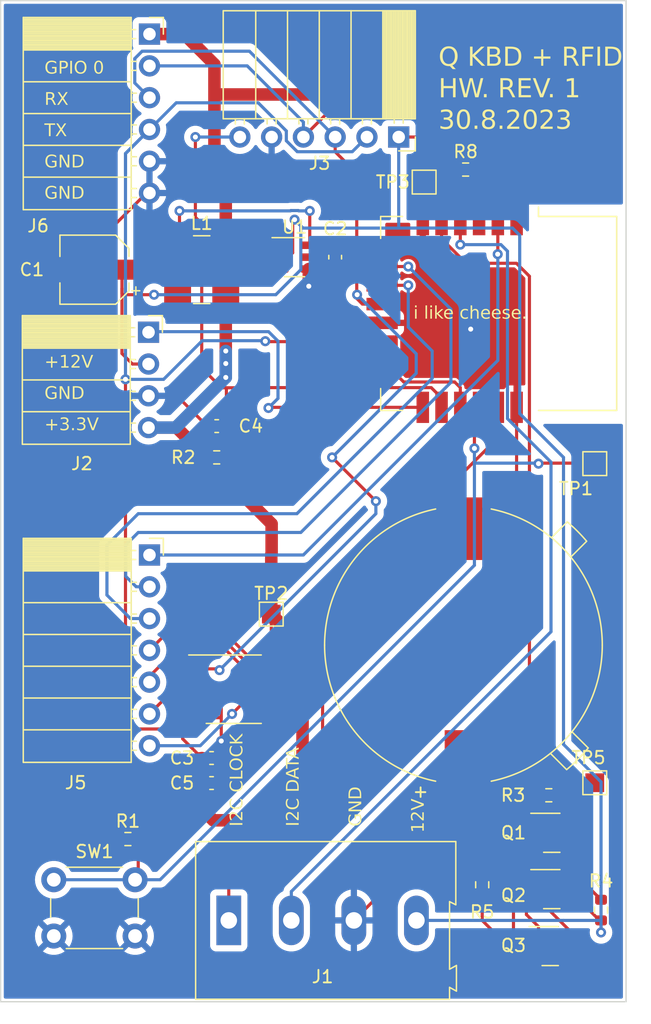
<source format=kicad_pcb>
(kicad_pcb (version 20221018) (generator pcbnew)
  (layers (0 "F.Cu" signal) (31 "B.Cu" signal) (34 "B.Paste" user) (35 "F.Paste" user) (36 "B.SilkS" user "B.Silkscreen") (37 "F.SilkS" user "F.Silkscreen") (38 "B.Mask" user) (39 "F.Mask" user) (44 "Edge.Cuts" user))
  (net 0 "")
  (net 1 "Net-(BZ1--)")
  (net 2 "GND")
  (net 3 "+12V")
  (net 4 "Net-(U1-SW)")
  (net 5 "Net-(U1-BST)")
  (net 6 "+3.3V")
  (net 7 "RST")
  (net 8 "I2C_C")
  (net 9 "I2C_D")
  (net 10 "VBATT")
  (net 11 "TX")
  (net 12 "RX")
  (net 13 "GPIO0")
  (net 14 "Y0")
  (net 15 "Y1")
  (net 16 "Y2")
  (net 17 "Net-(J5-Pin_4)")
  (net 18 "Net-(J5-Pin_5)")
  (net 19 "Net-(J5-Pin_6)")
  (net 20 "Net-(J5-Pin_7)")
  (net 21 "Net-(Q1-B)")
  (net 22 "Net-(Q1-C)")
  (net 23 "Net-(Q2-E)")
  (net 24 "TAMP")
  (net 25 "BUZZ")
  (net 26 "Net-(U2-GPIO16)")
  (footprint "Button_Switch_THT:SW_PUSH_6mm" (layer "F.Cu") (at 104.25 120.25)
    (fp_text reference "SW1" (at 3.25 -2.25) (layer "F.SilkS"))
    (fp_text value "tamper switch")
    (pad "1" thru_hole circle (at 0 0 90) (size 2 2) (drill 1.1) (layers "*.Cu" "*.Mask") (net 24 "TAMP"))
    (pad "1" thru_hole circle (at 6.5 0 90) (size 2 2) (drill 1.1) (layers "*.Cu" "*.Mask") (net 24 "TAMP"))
    (pad "2" thru_hole circle (at 0 4.5 90) (size 2 2) (drill 1.1) (layers "*.Cu" "*.Mask") (net 2 "GND"))
    (pad "2" thru_hole circle (at 6.5 4.5 90) (size 2 2) (drill 1.1) (layers "*.Cu" "*.Mask") (net 2 "GND"))
  )
  (footprint "Capacitor_SMD:C_0603_1608Metric" (layer "F.Cu") (at 116.8625 112.525)
    (fp_text reference "C5" (at -2.3625 0) (layer "F.SilkS"))
    (fp_text value "22u")
    (pad "1" smd roundrect (at -0.775 0) (size 0.9 0.95) (layers "F.Cu" "F.Paste" "F.Mask") (net 6 "+3.3V"))
    (pad "2" smd roundrect (at 0.775 0) (size 0.9 0.95) (layers "F.Cu" "F.Paste" "F.Mask") (net 2 "GND"))
  )
  (footprint "Capacitor_SMD:CP_Elec_5x5.3" (layer "F.Cu") (at 107.5 71.5 180)
    (fp_text reference "C1" (at 5 0) (layer "F.SilkS"))
    (fp_text value "10u 50V")
    (pad "1" smd roundrect (at -2.2 0 180) (size 3 1.6) (layers "F.Cu" "F.Paste" "F.Mask") (roundrect_rratio 0.15625) (net 3 "+12V"))
    (pad "2" smd roundrect (at 2.2 0 180) (size 3 1.6) (layers "F.Cu" "F.Paste" "F.Mask") (roundrect_rratio 0.15625) (net 2 "GND"))
  )
  (footprint "Resistor_SMD:R_0603_1608Metric" (layer "F.Cu") (at 148 122.675 90)
    (fp_text reference "R4" (at 2.325 0) (layer "F.SilkS"))
    (fp_text value "10k")
    (pad "1" smd roundrect (at -0.825 0 90) (size 0.8 0.95) (layers "F.Cu" "F.Paste" "F.Mask") (net 3 "+12V"))
    (pad "2" smd roundrect (at 0.825 0 90) (size 0.8 0.95) (layers "F.Cu" "F.Paste" "F.Mask") (net 22 "Net-(Q1-C)"))
  )
  (footprint "Resistor_SMD:R_0603_1608Metric" (layer "F.Cu") (at 117.275 86.5 180)
    (fp_text reference "R2" (at 2.675 0) (layer "F.SilkS"))
    (fp_text value "10K")
    (pad "1" smd roundrect (at -0.825 0 180) (size 0.8 0.95) (layers "F.Cu" "F.Paste" "F.Mask") (net 7 "RST"))
    (pad "2" smd roundrect (at 0.825 0 180) (size 0.8 0.95) (layers "F.Cu" "F.Paste" "F.Mask") (net 6 "+3.3V"))
  )
  (footprint "TestPoint:TestPoint_Pad_1.5x1.5mm" (layer "F.Cu") (at 133.858 64.5)
    (fp_text reference "TP3" (at -2.5 0) (layer "F.SilkS"))
    (fp_text value "TestPoint")
    (pad "1" smd rect (at 0 0) (size 1.5 1.5) (layers "F.Cu" "F.Mask") (net 2 "GND"))
  )
  (footprint "Connector_PinSocket_2.54mm:PinSocket_1x06_P2.54mm_Horizontal" (layer "F.Cu") (at 111.9 52.675)
    (fp_text reference "J6" (at -8.9 15.325) (layer "F.SilkS"))
    (fp_text value "RFID")
    (pad "1" thru_hole rect (at 0 0) (size 1.7 1.7) (drill 1) (layers "*.Cu" "*.Mask") (net 6 "+3.3V"))
    (pad "2" thru_hole oval (at 0 2.54) (size 1.7 1.7) (drill 1) (layers "*.Cu" "*.Mask") (net 13 "GPIO0"))
    (pad "3" thru_hole oval (at 0 5.08) (size 1.7 1.7) (drill 1) (layers "*.Cu" "*.Mask") (net 12 "RX"))
    (pad "4" thru_hole oval (at 0 7.62) (size 1.7 1.7) (drill 1) (layers "*.Cu" "*.Mask") (net 11 "TX"))
    (pad "5" thru_hole oval (at 0 10.16) (size 1.7 1.7) (drill 1) (layers "*.Cu" "*.Mask") (net 2 "GND"))
    (pad "6" thru_hole oval (at 0 12.7) (size 1.7 1.7) (drill 1) (layers "*.Cu" "*.Mask") (net 2 "GND"))
  )
  (footprint "Resistor_SMD:R_0603_1608Metric" (layer "F.Cu") (at 138.5 120.65 90)
    (fp_text reference "R5" (at -2.175 0 180) (layer "F.SilkS"))
    (fp_text value "820")
    (pad "1" smd roundrect (at -0.825 0 90) (size 0.8 0.95) (layers "F.Cu" "F.Paste" "F.Mask") (net 23 "Net-(Q2-E)"))
    (pad "2" smd roundrect (at 0.825 0 90) (size 0.8 0.95) (layers "F.Cu" "F.Paste" "F.Mask") (net 1 "Net-(BZ1--)"))
  )
  (footprint "WT8266:WT8266-S1" (layer "F.Cu") (at 142 75 -90)
    (fp_text reference "U2" hide)
    (fp_text value "WT8266-S1")
    (pad "1" smd rect (at -7.5 0.75 270) (size 2.5 1) (layers "F.Cu" "F.Paste" "F.Mask") (net 6 "+3.3V"))
    (pad "2" smd rect (at -7.5 2.25 270) (size 2.5 1) (layers "F.Cu" "F.Paste" "F.Mask") (net 14 "Y0"))
    (pad "3" smd rect (at -7.5 3.75 270) (size 2.5 1) (layers "F.Cu" "F.Paste" "F.Mask") (net 13 "GPIO0"))
    (pad "4" smd rect (at -7.5 5.25 270) (size 2.5 1) (layers "F.Cu" "F.Paste" "F.Mask") (net 9 "I2C_D"))
    (pad "5" smd rect (at -7.5 6.75 270) (size 2.5 1) (layers "F.Cu" "F.Paste" "F.Mask") (net 25 "BUZZ"))
    (pad "6" smd rect (at -7.5 8.25 270) (size 2.5 1) (layers "F.Cu" "F.Paste" "F.Mask") (net 2 "GND"))
    (pad "7" smd rect (at -3.75 11.5 270) (size 1 2.5) (layers "F.Cu" "F.Paste" "F.Mask") (net 15 "Y1"))
    (pad "8" smd rect (at -2.25 11.5 270) (size 1 2.5) (layers "F.Cu" "F.Paste" "F.Mask") (net 16 "Y2"))
    (pad "9" smd rect (at -0.75 11.5 270) (size 1 2.5) (layers "F.Cu" "F.Paste" "F.Mask") (net 12 "RX"))
    (pad "10" smd rect (at 0.75 11.5 270) (size 1 2.5) (layers "F.Cu" "F.Paste" "F.Mask") (net 2 "GND"))
    (pad "11" smd rect (at 2.25 11.5 270) (size 1 2.5) (layers "F.Cu" "F.Paste" "F.Mask") (net 11 "TX"))
    (pad "12" smd rect (at 3.75 11.5 270) (size 1 2.5) (layers "F.Cu" "F.Paste" "F.Mask") (net 26 "Net-(U2-GPIO16)"))
    (pad "13" smd rect (at 7.5 8.25 270) (size 2.5 1) (layers "F.Cu" "F.Paste" "F.Mask") (net 10 "VBATT"))
    (pad "14" smd rect (at 7.5 6.75 270) (size 2.5 1) (layers "F.Cu" "F.Paste" "F.Mask") (net 7 "RST"))
    (pad "15" smd rect (at 7.5 5.25 270) (size 2.5 1) (layers "F.Cu" "F.Paste" "F.Mask") (net 26 "Net-(U2-GPIO16)"))
    (pad "16" smd rect (at 7.5 3.75 270) (size 2.5 1) (layers "F.Cu" "F.Paste" "F.Mask") (net 24 "TAMP"))
    (pad "17" smd rect (at 7.5 2.25 270) (size 2.5 1) (layers "F.Cu" "F.Paste" "F.Mask") (net 8 "I2C_C"))
    (pad "18" smd rect (at 7.5 0.75 270) (size 2.5 1) (layers "F.Cu" "F.Paste" "F.Mask") (net 2 "GND"))
    (pad "19" smd rect (at 1.25 4.42 270) (size 3.5 3.5) (layers "F.Cu" "F.Paste" "F.Mask") (net 2 "GND"))
    (zone (net 0) (net_name "") (layers "*.Cu") (connect_pads (clearance 0)) (min_thickness 0.254)
      (keepout (tracks not_allowed) (vias not_allowed) (pads not_allowed) (copperpour not_allowed) (footprints not_allowed))
      (fill (thermal_gap 0.508) (thermal_bridge_width 0.508))
      (polygon (pts (xy 142.5 67.5) (xy 142.5 82.5) (xy 149.1 82.5) (xy 149.1 67.5)))
    )
  )
  (footprint "Resistor_SMD:R_0603_1608Metric" (layer "F.Cu") (at 137.175 63.5)
    (fp_text reference "R8" (at 0 -1.43) (layer "F.SilkS"))
    (fp_text value "10K")
    (pad "1" smd roundrect (at -0.825 0) (size 0.8 0.95) (layers "F.Cu" "F.Paste" "F.Mask") (net 3 "+12V"))
    (pad "2" smd roundrect (at 0.825 0) (size 0.8 0.95) (layers "F.Cu" "F.Paste" "F.Mask") (net 13 "GPIO0"))
  )
  (footprint "Inductor_SMD:L_Ferrocore_DLG-0504" (layer "F.Cu") (at 116.075 71.5)
    (fp_text reference "L1" (at 0 -3.7) (layer "F.SilkS"))
    (fp_text value "4u7")
    (pad "1" smd rect (at -1.925 0) (size 2.15 5.5) (layers "F.Cu" "F.Paste" "F.Mask") (net 5 "Net-(U1-BST)"))
    (pad "2" smd rect (at 1.925 0) (size 2.15 5.5) (layers "F.Cu" "F.Paste" "F.Mask") (net 6 "+3.3V"))
  )
  (footprint "Capacitor_SMD:C_0603_1608Metric" (layer "F.Cu") (at 117.275 84 180)
    (fp_text reference "C4" (at -2.725 0) (layer "F.SilkS"))
    (fp_text value "100n")
    (pad "1" smd roundrect (at -0.775 0 180) (size 0.9 0.95) (layers "F.Cu" "F.Paste" "F.Mask") (net 7 "RST"))
    (pad "2" smd roundrect (at 0.775 0 180) (size 0.9 0.95) (layers "F.Cu" "F.Paste" "F.Mask") (net 2 "GND"))
  )
  (footprint "TestPoint:TestPoint_Pad_1.5x1.5mm" (layer "F.Cu") (at 121.6375 99.025)
    (fp_text reference "TP2" (at 0 -1.648) (layer "F.SilkS"))
    (fp_text value "3V3")
    (pad "1" smd rect (at 0 0) (size 1.5 1.5) (layers "F.Cu" "F.Mask") (net 6 "+3.3V"))
  )
  (footprint "Capacitor_SMD:C_0603_1608Metric" (layer "F.Cu") (at 116.8625 110.525)
    (fp_text reference "C3" (at -2.3625 0) (layer "F.SilkS"))
    (fp_text value "22u")
    (pad "1" smd roundrect (at -0.775 0) (size 0.9 0.95) (layers "F.Cu" "F.Paste" "F.Mask") (net 6 "+3.3V"))
    (pad "2" smd roundrect (at 0.775 0) (size 0.9 0.95) (layers "F.Cu" "F.Paste" "F.Mask") (net 2 "GND"))
  )
  (footprint "TestPoint:TestPoint_Pad_1.5x1.5mm" (layer "F.Cu") (at 147.5 112.5)
    (fp_text reference "TP5" (at -0.5 -2) (layer "F.SilkS"))
    (fp_text value "buzzer test")
    (pad "1" smd rect (at 0 0) (size 1.5 1.5) (layers "F.Cu" "F.Mask") (net 25 "BUZZ"))
  )
  (footprint "Package_TO_SOT_SMD:SOT-23" (layer "F.Cu") (at 143.9375 125.55)
    (fp_text reference "Q3" (at -2.9375 -0.05) (layer "F.SilkS"))
    (fp_text value "BC857")
    (pad "1" smd roundrect (at -0.9375 -0.95) (size 1.475 0.6) (layers "F.Cu" "F.Paste" "F.Mask") (net 22 "Net-(Q1-C)"))
    (pad "2" smd roundrect (at -0.9375 0.95) (size 1.475 0.6) (layers "F.Cu" "F.Paste" "F.Mask") (net 23 "Net-(Q2-E)"))
    (pad "3" smd roundrect (at 0.9375 0) (size 1.475 0.6) (layers "F.Cu" "F.Paste" "F.Mask") (net 2 "GND"))
  )
  (footprint "TestPoint:TestPoint_Pad_1.5x1.5mm" (layer "F.Cu") (at 147.5 87)
    (fp_text reference "TP1" (at -1.5 2) (layer "F.SilkS"))
    (fp_text value "tamper test")
    (pad "1" smd rect (at 0 0) (size 1.5 1.5) (layers "F.Cu" "F.Mask") (net 24 "TAMP"))
  )
  (footprint "Resistor_SMD:R_0603_1608Metric" (layer "F.Cu") (at 143.825 113.5 180)
    (fp_text reference "R3" (at 2.855 0) (layer "F.SilkS"))
    (fp_text value "10k")
    (pad "1" smd roundrect (at -0.825 0 180) (size 0.8 0.95) (layers "F.Cu" "F.Paste" "F.Mask") (net 25 "BUZZ"))
    (pad "2" smd roundrect (at 0.825 0 180) (size 0.8 0.95) (layers "F.Cu" "F.Paste" "F.Mask") (net 21 "Net-(Q1-B)"))
  )
  (footprint "Package_SO:TSSOP-16_4.4x5mm_P0.65mm" (layer "F.Cu") (at 118.6375 105.025)
    (fp_text reference "U3" hide)
    (fp_text value "74LVC138")
    (pad "1" smd roundrect (at -2.8625 -2.275) (size 1.475 0.4) (layers "F.Cu" "F.Paste" "F.Mask") (net 11 "TX"))
    (pad "2" smd roundrect (at -2.8625 -1.625) (size 1.475 0.4) (layers "F.Cu" "F.Paste" "F.Mask") (net 12 "RX"))
    (pad "3" smd roundrect (at -2.8625 -0.975) (size 1.475 0.4) (layers "F.Cu" "F.Paste" "F.Mask") (net 2 "GND"))
    (pad "4" smd roundrect (at -2.8625 -0.325) (size 1.475 0.4) (layers "F.Cu" "F.Paste" "F.Mask") (net 2 "GND"))
    (pad "5" smd roundrect (at -2.8625 0.325) (size 1.475 0.4) (layers "F.Cu" "F.Paste" "F.Mask") (net 2 "GND"))
    (pad "6" smd roundrect (at -2.8625 0.975) (size 1.475 0.4) (layers "F.Cu" "F.Paste" "F.Mask") (net 6 "+3.3V"))
    (pad "7" smd roundrect (at -2.8625 1.625) (size 1.475 0.4) (layers "F.Cu" "F.Paste" "F.Mask"))
    (pad "8" smd roundrect (at -2.8625 2.275) (size 1.475 0.4) (layers "F.Cu" "F.Paste" "F.Mask") (net 2 "GND"))
    (pad "9" smd roundrect (at 2.8625 2.275) (size 1.475 0.4) (layers "F.Cu" "F.Paste" "F.Mask"))
    (pad "10" smd roundrect (at 2.8625 1.625) (size 1.475 0.4) (layers "F.Cu" "F.Paste" "F.Mask"))
    (pad "11" smd roundrect (at 2.8625 0.975) (size 1.475 0.4) (layers "F.Cu" "F.Paste" "F.Mask"))
    (pad "12" smd roundrect (at 2.8625 0.325) (size 1.475 0.4) (layers "F.Cu" "F.Paste" "F.Mask") (net 20 "Net-(J5-Pin_7)"))
    (pad "13" smd roundrect (at 2.8625 -0.325) (size 1.475 0.4) (layers "F.Cu" "F.Paste" "F.Mask") (net 19 "Net-(J5-Pin_6)"))
    (pad "14" smd roundrect (at 2.8625 -0.975) (size 1.475 0.4) (layers "F.Cu" "F.Paste" "F.Mask") (net 18 "Net-(J5-Pin_5)"))
    (pad "15" smd roundrect (at 2.8625 -1.625) (size 1.475 0.4) (layers "F.Cu" "F.Paste" "F.Mask") (net 17 "Net-(J5-Pin_4)"))
    (pad "16" smd roundrect (at 2.8625 -2.275) (size 1.475 0.4) (layers "F.Cu" "F.Paste" "F.Mask") (net 6 "+3.3V"))
  )
  (footprint "Connector_PinSocket_2.54mm:PinSocket_1x06_P2.54mm_Horizontal" (layer "F.Cu") (at 131.825 60.9 -90)
    (fp_text reference "J3" (at 2.1 6.325 180) (layer "F.SilkS"))
    (fp_text value "FLASH/CONF")
    (pad "1" thru_hole rect (at 0 0 270) (size 1.7 1.7) (drill 1) (layers "*.Cu" "*.Mask") (net 3 "+12V"))
    (pad "2" thru_hole oval (at 0 2.54 270) (size 1.7 1.7) (drill 1) (layers "*.Cu" "*.Mask") (net 11 "TX"))
    (pad "3" thru_hole oval (at 0 5.08 270) (size 1.7 1.7) (drill 1) (layers "*.Cu" "*.Mask") (net 12 "RX"))
    (pad "4" thru_hole oval (at 0 7.62 270) (size 1.7 1.7) (drill 1) (layers "*.Cu" "*.Mask") (net 13 "GPIO0"))
    (pad "5" thru_hole oval (at 0 10.16 270) (size 1.7 1.7) (drill 1) (layers "*.Cu" "*.Mask") (net 2 "GND"))
    (pad "6" thru_hole oval (at 0 12.7 270) (size 1.7 1.7) (drill 1) (layers "*.Cu" "*.Mask") (net 7 "RST"))
  )
  (footprint "LPT2270AS buzzer:LPT2270AS" (layer "F.Cu") (at 137 101.5 90)
    (fp_text reference "BZ1" hide)
    (fp_text value "Buzzer")
    (fp_text user "+" (at -11.75 -3.5 90) (layer "F.SilkS"))
    (pad "1" smd rect (at -9.3 0 90) (size 5 3) (layers "F.Cu" "F.Paste" "F.Mask") (net 1 "Net-(BZ1--)"))
    (pad "2" smd rect (at 9.3 0 90) (size 5 3) (layers "F.Cu" "F.Paste" "F.Mask") (net 2 "GND"))
  )
  (footprint "Connector_PinSocket_2.54mm:PinSocket_1x07_P2.54mm_Horizontal" (layer "F.Cu") (at 111.9 94.3)
    (fp_text reference "J5" (at -5.9 18.2) (layer "F.SilkS"))
    (fp_text value "KEYB")
    (pad "1" thru_hole rect (at 0 0) (size 1.7 1.7) (drill 1) (layers "*.Cu" "*.Mask") (net 14 "Y0"))
    (pad "2" thru_hole oval (at 0 2.54) (size 1.7 1.7) (drill 1) (layers "*.Cu" "*.Mask") (net 15 "Y1"))
    (pad "3" thru_hole oval (at 0 5.08) (size 1.7 1.7) (drill 1) (layers "*.Cu" "*.Mask") (net 16 "Y2"))
    (pad "4" thru_hole oval (at 0 7.62) (size 1.7 1.7) (drill 1) (layers "*.Cu" "*.Mask") (net 17 "Net-(J5-Pin_4)"))
    (pad "5" thru_hole oval (at 0 10.16) (size 1.7 1.7) (drill 1) (layers "*.Cu" "*.Mask") (net 18 "Net-(J5-Pin_5)"))
    (pad "6" thru_hole oval (at 0 12.7) (size 1.7 1.7) (drill 1) (layers "*.Cu" "*.Mask") (net 19 "Net-(J5-Pin_6)"))
    (pad "7" thru_hole oval (at 0 15.24) (size 1.7 1.7) (drill 1) (layers "*.Cu" "*.Mask") (net 20 "Net-(J5-Pin_7)"))
  )
  (footprint "Package_TO_SOT_SMD:TSOT-23-6" (layer "F.Cu") (at 123.5 70.5)
    (fp_text reference "U1" (at 0 -2.4) (layer "F.SilkS"))
    (fp_text value "AP63203WU")
    (pad "1" smd roundrect (at -1.1375 -0.95) (size 1.325 0.6) (layers "F.Cu" "F.Paste" "F.Mask") (net 6 "+3.3V"))
    (pad "2" smd roundrect (at -1.1375 0) (size 1.325 0.6) (layers "F.Cu" "F.Paste" "F.Mask") (net 3 "+12V"))
    (pad "3" smd roundrect (at -1.1375 0.95) (size 1.325 0.6) (layers "F.Cu" "F.Paste" "F.Mask") (net 3 "+12V"))
    (pad "4" smd roundrect (at 1.1375 0.95) (size 1.325 0.6) (layers "F.Cu" "F.Paste" "F.Mask") (net 2 "GND"))
    (pad "5" smd roundrect (at 1.1375 0) (size 1.325 0.6) (layers "F.Cu" "F.Paste" "F.Mask") (net 4 "Net-(U1-SW)"))
    (pad "6" smd roundrect (at 1.1375 -0.95) (size 1.325 0.6) (layers "F.Cu" "F.Paste" "F.Mask") (net 5 "Net-(U1-BST)"))
  )
  (footprint "Package_TO_SOT_SMD:SOT-23" (layer "F.Cu") (at 144.0625 116.5)
    (fp_text reference "Q1" (at -3.0625 0) (layer "F.SilkS"))
    (fp_text value "BC846")
    (pad "1" smd roundrect (at -0.9375 -0.95) (size 1.475 0.6) (layers "F.Cu" "F.Paste" "F.Mask") (net 21 "Net-(Q1-B)"))
    (pad "2" smd roundrect (at -0.9375 0.95) (size 1.475 0.6) (layers "F.Cu" "F.Paste" "F.Mask") (net 2 "GND"))
    (pad "3" smd roundrect (at 0.9375 0) (size 1.475 0.6) (layers "F.Cu" "F.Paste" "F.Mask") (net 22 "Net-(Q1-C)"))
  )
  (footprint "Connector_PinSocket_2.54mm:PinSocket_1x04_P2.54mm_Horizontal" (layer "F.Cu") (at 111.825 76.5)
    (fp_text reference "J2" (at -5.325 10.5) (layer "F.SilkS"))
    (fp_text value "BATT_EXT")
    (pad "1" thru_hole rect (at 0 0) (size 1.7 1.7) (drill 1) (layers "*.Cu" "*.Mask") (net 10 "VBATT"))
    (pad "2" thru_hole oval (at 0 2.54) (size 1.7 1.7) (drill 1) (layers "*.Cu" "*.Mask") (net 3 "+12V"))
    (pad "3" thru_hole oval (at 0 5.08) (size 1.7 1.7) (drill 1) (layers "*.Cu" "*.Mask") (net 2 "GND"))
    (pad "4" thru_hole oval (at 0 7.62) (size 1.7 1.7) (drill 1) (layers "*.Cu" "*.Mask") (net 6 "+3.3V"))
  )
  (footprint "Resistor_SMD:R_0603_1608Metric" (layer "F.Cu") (at 110.175 117)
    (fp_text reference "R1" (at 0 -1.43) (layer "F.SilkS"))
    (fp_text value "10K")
    (pad "1" smd roundrect (at -0.825 0) (size 0.8 0.95) (layers "F.Cu" "F.Paste" "F.Mask") (net 6 "+3.3V"))
    (pad "2" smd roundrect (at 0.825 0) (size 0.8 0.95) (layers "F.Cu" "F.Paste" "F.Mask") (net 24 "TAMP"))
  )
  (footprint "Package_TO_SOT_SMD:SOT-23" (layer "F.Cu") (at 144.0625 121)
    (fp_text reference "Q2" (at -3.0625 0.5) (layer "F.SilkS"))
    (fp_text value "BC846")
    (pad "1" smd roundrect (at -0.9375 -0.95) (size 1.475 0.6) (layers "F.Cu" "F.Paste" "F.Mask") (net 22 "Net-(Q1-C)"))
    (pad "2" smd roundrect (at -0.9375 0.95) (size 1.475 0.6) (layers "F.Cu" "F.Paste" "F.Mask") (net 23 "Net-(Q2-E)"))
    (pad "3" smd roundrect (at 0.9375 0) (size 1.475 0.6) (layers "F.Cu" "F.Paste" "F.Mask") (net 3 "+12V"))
  )
  (footprint "TerminalBlock:TerminalBlock_Altech_AK300-4_P5.00mm" (layer "F.Cu") (at 118.24 123.5)
    (fp_text reference "J1" (at 7.5 4.5) (layer "F.SilkS"))
    (fp_text value "BUS")
    (pad "1" thru_hole rect (at 0 0) (size 1.98 3.96) (drill 1.32) (layers "*.Cu" "*.Mask") (net 8 "I2C_C"))
    (pad "2" thru_hole oval (at 5 0) (size 1.98 3.96) (drill 1.32) (layers "*.Cu" "*.Mask") (net 9 "I2C_D"))
    (pad "3" thru_hole oval (at 10 0) (size 1.98 3.96) (drill 1.32) (layers "*.Cu" "*.Mask") (net 2 "GND"))
    (pad "4" thru_hole oval (at 15 0) (size 1.98 3.96) (drill 1.32) (layers "*.Cu" "*.Mask") (net 3 "+12V"))
  )
  (footprint "Capacitor_SMD:C_0603_1608Metric" (layer "F.Cu") (at 126.746 70.5 90)
    (fp_text reference "C2" (at 2.275 0 180) (layer "F.SilkS"))
    (fp_text value "100n")
    (pad "1" smd roundrect (at -0.775 0 90) (size 0.9 0.95) (layers "F.Cu" "F.Paste" "F.Mask") (net 4 "Net-(U1-SW)"))
    (pad "2" smd roundrect (at 0.775 0 90) (size 0.9 0.95) (layers "F.Cu" "F.Paste" "F.Mask") (net 5 "Net-(U1-BST)"))
  )
  (gr_line (start 100 130) (end 100 50) (stroke (width 0.1)) (layer "Edge.Cuts"))
  (gr_line (start 150 50) (end 150 130) (stroke (width 0.1)) (layer "Edge.Cuts"))
  (gr_line (start 100 50) (end 150 50) (stroke (width 0.1)) (layer "Edge.Cuts"))
  (gr_line (start 150 130) (end 100 130) (stroke (width 0.1)) (layer "Edge.Cuts"))
  (gr_text "RX" (at 103.5 58.5) (layer "F.SilkS") (effects (font (size 1 1)) (justify left bottom)))
  (gr_text "GPIO 0" (at 103.5 56) (layer "F.SilkS") (effects (font (size 1 1)) (justify left bottom)))
  (gr_text "12V" (at 134 116.5 90) (layer "F.SilkS") (effects (font (size 1 1)) (justify left bottom)))
  (gr_text "+3.3V" (at 103.5 84.5) (layer "F.SilkS") (effects (font (size 1 1)) (justify left bottom)))
  (gr_text "GND" (at 103.5 66) (layer "F.SilkS") (effects (font (size 1 1)) (justify left bottom)))
  (gr_text "Q KBD + RFID\nHW. REV. 1\n30.8.2023\n" (at 135 60.5) (layer "F.SilkS") (effects (font (size 1.5 1.5) (thickness 0.1875)) (justify left bottom)))
  (gr_text "TX" (at 103.5 61) (layer "F.SilkS") (effects (font (size 1 1)) (justify left bottom)))
  (gr_text "GND" (at 103.5 82) (layer "F.SilkS") (effects (font (size 1 1)) (justify left bottom)))
  (gr_text "GND" (at 129 116 90) (layer "F.SilkS") (effects (font (size 1 1)) (justify left bottom)))
  (gr_text "I2C CLOCK" (at 119.5 116 90) (layer "F.SilkS") (effects (font (size 1 1)) (justify left bottom)))
  (gr_text "GND" (at 103.5 63.5) (layer "F.SilkS") (effects (font (size 1 1)) (justify left bottom)))
  (gr_text "i like cheese." (at 133 75) (layer "F.SilkS") (effects (font (size 1 1)) (justify left)))
  (gr_text "I2C DATA" (at 124 116 90) (layer "F.SilkS") (effects (font (size 1 1)) (justify left bottom)))
  (gr_text "+12V" (at 103.5 79.5) (layer "F.SilkS") (effects (font (size 1 1)) (justify left bottom)))
  (segment (start 138.5 119.825) (end 138.5 119) (width 0.25) (layer "F.Cu") (net 1))
  (segment (start 137 117.5) (end 137 110.8) (width 0.25) (layer "F.Cu") (net 1))
  (segment (start 138.5 119) (end 137 117.5) (width 0.25) (layer "F.Cu") (net 1))
  (segment (start 134 64.5) (end 133.75 64.75) (width 0.25) (layer "F.Cu") (net 2))
  (segment (start 117.6375 109.1625) (end 117.6375 110.525) (width 0.25) (layer "F.Cu") (net 2))
  (segment (start 116.5 83.988) (end 114.092 81.58) (width 0.25) (layer "F.Cu") (net 2))
  (segment (start 115.775 104.7) (end 115.775 104.05) (width 0.25) (layer "F.Cu") (net 2))
  (segment (start 137 92.2) (end 141.25 87.95) (width 0.25) (layer "F.Cu") (net 2))
  (segment (start 116.5 84) (end 116.5 83.988) (width 0.25) (layer "F.Cu") (net 2))
  (segment (start 111.825 81.58) (end 111.745 81.5) (width 0.25) (layer "F.Cu") (net 2))
  (segment (start 131.09 120.65) (end 141 120.65) (width 0.25) (layer "F.Cu") (net 2))
  (segment (start 124.6375 71.4982) (end 124.6375 71.45) (width 0.25) (layer "F.Cu") (net 2))
  (segment (start 124.6375 72.8215) (end 127.566 75.75) (width 1) (layer "F.Cu") (net 2))
  (segment (start 105.6095 71.4285) (end 111.3116 65.7264) (width 0.25) (layer "F.Cu") (net 2))
  (segment (start 128.24 123.5) (end 131.09 120.65) (width 0.25) (layer "F.Cu") (net 2))
  (segment (start 127.566 75.75) (end 130.5 75.75) (width 1) (layer "F.Cu") (net 2))
  (segment (start 117.6375 112.525) (end 117.6375 110.525) (width 0.25) (layer "F.Cu") (net 2))
  (segment (start 117.6375 106.2075) (end 117.6375 107.188) (width 0.25) (layer "F.Cu") (net 2))
  (segment (start 116.78 105.35) (end 117.6375 106.2075) (width 0.25) (layer "F.Cu") (net 2))
  (segment (start 115.775 105.35) (end 115.775 104.7) (width 0.25) (layer "F.Cu") (net 2))
  (segment (start 115.775 107.3) (end 117.5255 107.3) (width 0.25) (layer "F.Cu") (net 2))
  (segment (start 141 119.575) (end 143.125 117.45) (width 0.25) (layer "F.Cu") (net 2))
  (segment (start 117.5 109.025) (end 117.6375 108.8875) (width 0.25) (layer "F.Cu") (net 2))
  (segment (start 114.092 81.58) (end 111.825 81.58) (width 0.25) (layer "F.Cu") (net 2))
  (segment (start 141 121.259) (end 141 124.5146) (width 0.25) (layer "F.Cu") (net 2))
  (segment (start 115.775 105.35) (end 116.78 105.35) (width 0.25) (layer "F.Cu") (net 2))
  (segment (start 124.6375 71.4982) (end 124.6713 71.4982) (width 0.25) (layer "F.Cu") (net 2))
  (segment (start 141 121.158) (end 141 120.65) (width 0.25) (layer "F.Cu") (net 2))
  (segment (start 117.5255 107.3) (end 117.6375 107.188) (width 0.25) (layer "F.Cu") (net 2))
  (segment (start 111.9 65.375) (end 111.3116 65.375) (width 0.25) (layer "F.Cu") (net 2))
  (segment (start 124.6375 72.8215) (end 124.6375 71.45) (width 1) (layer "F.Cu") (net 2))
  (segment (start 141.25 87.95) (end 141.25 82.5) (width 0.25) (layer "F.Cu") (net 2))
  (segment (start 141 124.5146) (end 142.0354 125.55) (width 0.25) (layer "F.Cu") (net 2))
  (segment (start 141 120.65) (end 141 119.575) (width 0.25) (layer "F.Cu") (net 2))
  (segment (start 105.3 71.5) (end 105.6095 71.5) (width 0.25) (layer "F.Cu") (net 2))
  (segment (start 133.75 64.75) (end 133.75 67.5) (width 0.25) (layer "F.Cu") (net 2))
  (segment (start 105.6095 71.5) (end 105.6095 71.4285) (width 0.25) (layer "F.Cu") (net 2))
  (segment (start 142.0354 125.55) (end 144.875 125.55) (width 0.25) (layer "F.Cu") (net 2))
  (segment (start 117.6375 107.188) (end 117.6375 109.1625) (width 0.25) (layer "F.Cu") (net 2))
  (segment (start 111.3116 65.7264) (end 111.3116 65.375) (width 0.25) (layer "F.Cu") (net 2))
  (segment (start 141 121.158) (end 141 121.259) (width 0.25) (layer "F.Cu") (net 2))
  (via (at 137.58 76.25) (size 0.8) (drill 0.4) (layers "F.Cu" "B.Cu") (net 2))
  (via (at 117.6375 109.1625) (size 0.8) (drill 0.4) (layers "F.Cu" "B.Cu") (net 2))
  (via (at 124.6375 72.8215) (size 0.8) (drill 0.4) (layers "F.Cu" "B.Cu") (net 2))
  (segment (start 123.5 67.5) (end 123.35 67.65) (width 0.25) (layer "F.Cu") (net 3))
  (segment (start 147.884 123.5) (end 148 123.5) (width 0.25) (layer "F.Cu") (net 3))
  (segment (start 109.7 78.2) (end 110.54 79.04) (width 0.25) (layer "F.Cu") (net 3))
  (segment (start 109.7 71.5) (end 109.7 73) (width 0.25) (layer "F.Cu") (net 3))
  (segment (start 148 124.46) (end 148 123.5) (width 0.25) (layer "F.Cu") (net 3))
  (segment (start 123 70.5) (end 122.3625 70.5) (width 0.25) (layer "F.Cu") (net 3))
  (segment (start 110.54 79.04) (end 111.825 79.04) (width 0.25) (layer "F.Cu") (net 3))
  (segment (start 109.7 73) (end 109.7 78.2) (width 0.25) (layer "F.Cu") (net 3))
  (segment (start 122.3625 70.5) (end 122.3625 71.45) (width 0.25) (layer "F.Cu") (net 3))
  (segment (start 109.794 73.5) (end 109.7 73.406) (width 0.25) (layer "F.Cu") (net 3))
  (segment (start 123.35 70.15) (end 123 70.5) (width 0.25) (layer "F.Cu") (net 3))
  (segment (start 109.7 73.406) (end 109.7 73) (width 0.25) (layer "F.Cu") (net 3))
  (segment (start 123.35 67.65) (end 123.35 70.15) (width 0.25) (layer "F.Cu") (net 3))
  (segment (start 145.384 121) (end 147.884 123.5) (width 0.25) (layer "F.Cu") (net 3))
  (segment (start 133.75 60.9) (end 131.825 60.9) (width 0.25) (layer "F.Cu") (net 3))
  (segment (start 145 121) (end 145.384 121) (width 0.25) (layer "F.Cu") (net 3))
  (segment (start 112.268 73.5) (end 109.794 73.5) (width 0.25) (layer "F.Cu") (net 3))
  (segment (start 136.35 63.5) (end 133.75 60.9) (width 0.25) (layer "F.Cu") (net 3))
  (via (at 123.5 67.5) (size 0.8) (drill 0.4) (layers "F.Cu" "B.Cu") (net 3))
  (via (at 148 124.46) (size 0.8) (drill 0.4) (layers "F.Cu" "B.Cu") (net 3))
  (via (at 112.268 73.5) (size 0.8) (drill 0.4) (layers "F.Cu" "B.Cu") (net 3))
  (segment (start 145 86.5) (end 141.5 83) (width 0.25) (layer "B.Cu") (net 3))
  (segment (start 148 124.46) (end 148 123.444) (width 0.25) (layer "B.Cu") (net 3))
  (segment (start 123.5 67.5) (end 124.1764 68.1764) (width 0.25) (layer "B.Cu") (net 3))
  (segment (start 145 109.4331) (end 145 86.5) (width 0.25) (layer "B.Cu") (net 3))
  (segment (start 141.5 83) (end 141.5 68.75) (width 0.25) (layer "B.Cu") (net 3))
  (segment (start 141.5 68.75) (end 140.925 68.175) (width 0.25) (layer "B.Cu") (net 3))
  (segment (start 145 123.5) (end 133.24 123.5) (width 0.25) (layer "B.Cu") (net 3))
  (segment (start 122 73.5) (end 124 71.5) (width 0.25) (layer "B.Cu") (net 3))
  (segment (start 148 123.444) (end 148 112.4331) (width 0.25) (layer "B.Cu") (net 3))
  (segment (start 131.825 68.175) (end 131.825 62.0769) (width 0.25) (layer "B.Cu") (net 3))
  (segment (start 147.944 123.5) (end 148 123.444) (width 0.25) (layer "B.Cu") (net 3))
  (segment (start 145 123.5) (end 147.944 123.5) (width 0.25) (layer "B.Cu") (net 3))
  (segment (start 131.825 62.0769) (end 131.825 60.9) (width 0.25) (layer "B.Cu") (net 3))
  (segment (start 131.8236 68.1764) (end 131.825 68.175) (width 0.25) (layer "B.Cu") (net 3))
  (segment (start 124 68) (end 123.5 67.5) (width 0.25) (layer "B.Cu") (net 3))
  (segment (start 124.1764 68.1764) (end 131.8236 68.1764) (width 0.25) (layer "B.Cu") (net 3))
  (segment (start 148 112.4331) (end 145 109.4331) (width 0.25) (layer "B.Cu") (net 3))
  (segment (start 112.268 73.5) (end 122 73.5) (width 0.25) (layer "B.Cu") (net 3))
  (segment (start 140.925 68.175) (end 131.825 68.175) (width 0.25) (layer "B.Cu") (net 3))
  (segment (start 124 71.5) (end 124 68) (width 0.25) (layer "B.Cu") (net 3))
  (segment (start 125.971 70.5) (end 126.746 71.275) (width 0.25) (layer "F.Cu") (net 4))
  (segment (start 124.6375 70.5) (end 125.971 70.5) (width 0.25) (layer "F.Cu") (net 4))
  (segment (start 126.571 69.55) (end 126.746 69.725) (width 0.25) (layer "F.Cu") (net 5))
  (segment (start 124.714 69.4735) (end 124.6375 69.55) (width 0.25) (layer "F.Cu") (net 5))
  (segment (start 114.3 66.802) (end 114.3 71.35) (width 0.25) (layer "F.Cu") (net 5))
  (segment (start 124.714 66.802) (end 124.714 69.4735) (width 0.25) (layer "F.Cu") (net 5))
  (segment (start 114.3 71.35) (end 114.15 71.5) (width 0.25) (layer "F.Cu") (net 5))
  (segment (start 124.6375 69.55) (end 126.571 69.55) (width 0.25) (layer "F.Cu") (net 5))
  (via (at 124.714 66.802) (size 0.8) (drill 0.4) (layers "F.Cu" "B.Cu") (net 5))
  (via (at 114.3 66.802) (size 0.8) (drill 0.4) (layers "F.Cu" "B.Cu") (net 5))
  (segment (start 114.3 66.802) (end 123.172695 66.802) (width 0.25) (layer "B.Cu") (net 5))
  (segment (start 123.800305 66.775) (end 123.827305 66.802) (width 0.25) (layer "B.Cu") (net 5))
  (segment (start 123.827305 66.802) (end 124.714 66.802) (width 0.25) (layer "B.Cu") (net 5))
  (segment (start 123.199695 66.775) (end 123.800305 66.775) (width 0.25) (layer "B.Cu") (net 5))
  (segment (start 123.172695 66.802) (end 123.199695 66.775) (width 0.25) (layer "B.Cu") (net 5))
  (segment (start 118 71.5) (end 118 78) (width 1) (layer "F.Cu") (net 6))
  (segment (start 115.775 106) (end 115.086459 106) (width 0.25) (layer "F.Cu") (net 6))
  (segment (start 118 78) (end 118 79) (width 1) (layer "F.Cu") (net 6))
  (segment (start 115.525297 113.087203) (end 112.087203 113.087203) (width 1) (layer "F.Cu") (net 6))
  (segment (start 118 64.5) (end 118 71.5) (width 1) (layer "F.Cu") (net 6))
  (segment (start 121 115.5) (end 117 115.5) (width 1) (layer "F.Cu") (net 6))
  (segment (start 115.086459 106) (end 114.554 106.532459) (width 0.25) (layer "F.Cu") (net 6))
  (segment (start 114.07 84.12) (end 111.825 84.12) (width 1) (layer "F.Cu") (net 6))
  (segment (start 117.094 59.094) (end 117.094 63.594) (width 1) (layer "F.Cu") (net 6))
  (segment (start 141.25 64.25) (end 134.5 57.5) (width 1) (layer "F.Cu") (net 6))
  (segment (start 115.525297 114.025297) (end 115.525297 113.087203) (width 1) (layer "F.Cu") (net 6))
  (segment (start 134.5 57.5) (end 117.094 57.5) (width 1) (layer "F.Cu") (net 6))
  (segment (start 117.094 59.094) (end 117.094 55.094) (width 1) (layer "F.Cu") (net 6))
  (segment (start 114.554 108.9915) (end 116.0875 110.525) (width 0.25) (layer "F.Cu") (net 6))
  (segment (start 116.5 86.192) (end 116.5 86.5) (width 0.25) (layer "F.Cu") (net 6))
  (segment (start 124.1375 103.124) (end 124.1375 112.3625) (width 1) (layer "F.Cu") (net 6))
  (segment (start 121.6375 94.2625) (end 121.6375 99.025) (width 1) (layer "F.Cu") (net 6))
  (segment (start 117 115.5) (end 115.525297 114.025297) (width 1) (layer "F.Cu") (net 6))
  (segment (start 121.666 91.813792) (end 121.666 94.234) (width 1) (layer "F.Cu") (net 6))
  (segment (start 111.9 52.675) (end 114.675 52.675) (width 1) (layer "F.Cu") (net 6))
  (segment (start 109.5 116.85) (end 109.35 117) (width 1) (layer "F.Cu") (net 6))
  (segment (start 121.6375 99.025) (end 121.6375 98.4865) (width 1) (layer "F.Cu") (net 6))
  (segment (start 117.094 55.094) (end 114.675 52.675) (width 1) (layer "F.Cu") (net 6))
  (segment (start 121.6375 102.6125) (end 121.6375 99.025) (width 0.25) (layer "F.Cu") (net 6))
  (segment (start 121.666 94.234) (end 121.6375 94.2625) (width 1) (layer "F.Cu") (net 6))
  (segment (start 117.094 63.594) (end 118 64.5) (width 1) (layer "F.Cu") (net 6))
  (segment (start 124.1375 101.525) (end 121.6375 99.025) (width 1) (layer "F.Cu") (net 6))
  (segment (start 112.087203 113.087203) (end 110.412797 113.087203) (width 1) (layer "F.Cu") (net 6))
  (segment (start 116.45 86.597792) (end 121.666 91.813792) (width 1) (layer "F.Cu") (net 6))
  (segment (start 124.1375 103.124) (end 124.1375 101.525) (width 1) (layer "F.Cu") (net 6))
  (segment (start 109.5 114) (end 109.5 116.85) (width 1) (layer "F.Cu") (net 6))
  (segment (start 118 79) (end 118 80.112) (width 1) (layer "F.Cu") (net 6))
  (segment (start 110.412797 113.087203) (end 109.5 114) (width 1) (layer "F.Cu") (net 6))
  (segment (start 114.554 106.532459) (end 114.554 108.9915) (width 0.25) (layer "F.Cu") (net 6))
  (segment (start 116.0875 112.525) (end 116.0875 110.525) (width 1) (layer "F.Cu") (net 6))
  (segment (start 141.25 67.5) (end 141.25 64.25) (width 1) (layer "F.Cu") (net 6))
  (segment (start 116.45 86.5) (end 116.45 86.597792) (width 1) (layer "F.Cu") (net 6))
  (segment (start 121.5 102.75) (end 121.6375 102.6125) (width 0.25) (layer "F.Cu") (net 6))
  (segment (start 115.525297 113.087203) (end 116.0875 112.525) (width 1) (layer "F.Cu") (net 6))
  (segment (start 114.675 52.675) (end 116 54) (width 1) (layer "F.Cu") (net 6))
  (segment (start 118 69.55) (end 118 71.5) (width 0.25) (layer "F.Cu") (net 6))
  (segment (start 121.6375 98.4865) (end 121.5 98.624) (width 1) (layer "F.Cu") (net 6))
  (segment (start 116.45 86.5) (end 114.07 84.12) (width 1) (layer "F.Cu") (net 6))
  (segment (start 124.1375 102.025) (end 124.1375 103.124) (width 1) (layer "F.Cu") (net 6))
  (segment (start 124.1375 112.3625) (end 121 115.5) (width 1) (layer "F.Cu") (net 6))
  (segment (start 122.3625 69.55) (end 118 69.55) (width 0.9) (layer "F.Cu") (net 6))
  (via (at 118 80.112) (size 0.8) (drill 0.4) (layers "F.Cu" "B.Cu") (net 6))
  (via (at 118 79) (size 0.8) (drill 0.4) (layers "F.Cu" "B.Cu") (net 6))
  (via (at 118 78) (size 0.8) (drill 0.4) (layers "F.Cu" "B.Cu") (net 6))
  (segment (start 118 80.112) (end 118 78) (width 1) (layer "B.Cu") (net 6))
  (segment (start 111.825 84.12) (end 113.992 84.12) (width 1) (layer "B.Cu") (net 6))
  (segment (start 113.992 84.12) (end 118 80.112) (width 1) (layer "B.Cu") (net 6))
  (segment (start 118.05 80.937) (end 118.05 84) (width 0.25) (layer "F.Cu") (net 7))
  (segment (start 117.658274 80.937) (end 116.078 79.356726) (width 0.25) (layer "F.Cu") (net 7))
  (segment (start 121.125 80.925) (end 121.113 80.937) (width 0.25) (layer "F.Cu") (net 7))
  (segment (start 116.078 79.356726) (end 116.078 79.248) (width 0.25) (layer "F.Cu") (net 7))
  (segment (start 118.05 84) (end 118.11 84.06) (width 0.25) (layer "F.Cu") (net 7))
  (segment (start 134.425 80.925) (end 135.25 81.75) (width 0.25) (layer "F.Cu") (net 7))
  (segment (start 118.11 86.46) (end 118.15 86.5) (width 0.25) (layer "F.Cu") (net 7))
  (segment (start 115.57 60.9) (end 115.57 67.31) (width 0.25) (layer "F.Cu") (net 7))
  (segment (start 118.11 84.06) (end 118.11 86.46) (width 0.25) (layer "F.Cu") (net 7))
  (segment (start 121.113 80.937) (end 117.658274 80.937) (width 0.25) (layer "F.Cu") (net 7))
  (segment (start 116.078 67.818) (end 116.078 79.248) (width 0.25) (layer "F.Cu") (net 7))
  (segment (start 115.57 67.31) (end 116.078 67.818) (width 0.25) (layer "F.Cu") (net 7))
  (segment (start 135.25 81.75) (end 135.25 82.5) (width 0.25) (layer "F.Cu") (net 7))
  (segment (start 121.125 80.925) (end 134.425 80.925) (width 0.25) (layer "F.Cu") (net 7))
  (via (at 115.57 60.9) (size 0.8) (drill 0.4) (layers "F.Cu" "B.Cu") (net 7))
  (segment (start 115.57 60.9) (end 119.125 60.9) (width 0.25) (layer "B.Cu") (net 7))
  (segment (start 125.74 98.952) (end 125.74 113.26) (width 0.25) (layer "F.Cu") (net 8))
  (segment (start 139.75 82.5) (end 139.75 84.942) (width 0.25) (layer "F.Cu") (net 8))
  (segment (start 139.75 84.942) (end 125.74 98.952) (width 0.25) (layer "F.Cu") (net 8))
  (segment (start 125.74 113.26) (end 118.24 120.76) (width 0.25) (layer "F.Cu") (net 8))
  (segment (start 118.24 120.76) (end 118.24 123.5) (width 0.25) (layer "F.Cu") (net 8))
  (segment (start 136.75 69.5) (end 136.75 67.5) (width 0.25) (layer "F.Cu") (net 9))
  (via (at 136.75 69.5) (size 0.8) (drill 0.4) (layers "F.Cu" "B.Cu") (net 9))
  (segment (start 140.5213 70.0213) (end 140.5213 83.4023) (width 0.25) (layer "B.Cu") (net 9))
  (segment (start 140 69.5) (end 140.5213 70.0213) (width 0.25) (layer "B.Cu") (net 9))
  (segment (start 123.24 121.1931) (end 123.24 123.5) (width 0.25) (layer "B.Cu") (net 9))
  (segment (start 144 100.4331) (end 123.24 121.1931) (width 0.25) (layer "B.Cu") (net 9))
  (segment (start 144 86.881) (end 144 100.4331) (width 0.25) (layer "B.Cu") (net 9))
  (segment (start 136.75 69.5) (end 140 69.5) (width 0.25) (layer "B.Cu") (net 9))
  (segment (start 140.5213 83.4023) (end 144 86.881) (width 0.25) (layer "B.Cu") (net 9))
  (segment (start 121.462 82.5) (end 133.75 82.5) (width 0.25) (layer "F.Cu") (net 10))
  (segment (start 121.412 82.55) (end 121.462 82.5) (width 0.25) (layer "F.Cu") (net 10))
  (via (at 121.412 82.55) (size 0.8) (drill 0.4) (layers "F.Cu" "B.Cu") (net 10))
  (segment (start 122.174 81.788) (end 122.174 77.206695) (width 0.25) (layer "B.Cu") (net 10))
  (segment (start 122.174 77.206695) (end 121.421305 76.454) (width 0.25) (layer "B.Cu") (net 10))
  (segment (start 111.871 76.454) (end 111.825 76.5) (width 0.25) (layer "B.Cu") (net 10))
  (segment (start 121.412 82.55) (end 122.174 81.788) (width 0.25) (layer "B.Cu") (net 10))
  (segment (start 121.421305 76.454) (end 111.871 76.454) (width 0.25) (layer "B.Cu") (net 10))
  (segment (start 109.982 80.264) (end 109.982 107.442) (width 0.25) (layer "F.Cu") (net 11))
  (segment (start 110.744 108.204) (end 113.03 108.204) (width 0.25) (layer "F.Cu") (net 11))
  (segment (start 113.988 103.848459) (end 115.086459 102.75) (width 0.25) (layer "F.Cu") (net 11))
  (segment (start 121.158 77.216) (end 121.192 77.25) (width 0.25) (layer "F.Cu") (net 11))
  (segment (start 116.4769 102.75) (end 115.775 102.75) (width 0.25) (layer "F.Cu") (net 11))
  (segment (start 113.03 108.204) (end 113.988 107.246) (width 0.25) (layer "F.Cu") (net 11))
  (segment (start 109.982 107.442) (end 110.744 108.204) (width 0.25) (layer "F.Cu") (net 11))
  (segment (start 121.192 77.25) (end 130.5 77.25) (width 0.25) (layer "F.Cu") (net 11))
  (segment (start 113.988 107.246) (end 113.988 103.848459) (width 0.25) (layer "F.Cu") (net 11))
  (segment (start 115.086459 102.75) (end 115.775 102.75) (width 0.25) (layer "F.Cu") (net 11))
  (via (at 109.982 80.264) (size 0.8) (drill 0.4) (layers "F.Cu" "B.Cu") (net 11))
  (via (at 121.158 77.216) (size 0.8) (drill 0.4) (layers "F.Cu" "B.Cu") (net 11))
  (segment (start 121.117 77.175) (end 121.158 77.216) (width 0.25) (layer "B.Cu") (net 11))
  (segment (start 123.718299 62.075) (end 122.84 61.196701) (width 0.25) (layer "B.Cu") (net 11))
  (segment (start 114.0375 58.166) (end 111.9085 60.295) (width 0.25) (layer "B.Cu") (net 11))
  (segment (start 110.123 80.405) (end 110.1358 80.405) (width 0.25) (layer "B.Cu") (net 11))
  (segment (start 128.11 62.075) (end 123.718299 62.075) (width 0.25) (layer "B.Cu") (net 11))
  (segment (start 122.84 61.196701) (end 122.84 60.413299) (width 0.25) (layer "B.Cu") (net 11))
  (segment (start 109.982 64.1689) (end 109.982 62.213) (width 0.25) (layer "B.Cu") (net 11))
  (segment (start 109.982 80.264) (end 110.123 80.405) (width 0.25) (layer "B.Cu") (net 11))
  (segment (start 111.9 60.312) (end 109.982 62.23) (width 0.25) (layer "B.Cu") (net 11))
  (segment (start 109.982 62.23) (end 109.982 63.860178) (width 0.25) (layer "B.Cu") (net 11))
  (segment (start 129.285 60.9) (end 128.11 62.075) (width 0.25) (layer "B.Cu") (net 11))
  (segment (start 111.9085 60.295) (end 111.9 60.295) (width 0.25) (layer "B.Cu") (net 11))
  (segment (start 113.03 80.264) (end 116.119 77.175) (width 0.25) (layer "B.Cu") (net 11))
  (segment (start 122.84 60.413299) (end 120.592701 58.166) (width 0.25) (layer "B.Cu") (net 11))
  (segment (start 116.119 77.175) (end 121.117 77.175) (width 0.25) (layer "B.Cu") (net 11))
  (segment (start 109.982 62.213) (end 111.9 60.295) (width 0.25) (layer "B.Cu") (net 11))
  (segment (start 120.592701 58.166) (end 114.0375 58.166) (width 0.25) (layer "B.Cu") (net 11))
  (segment (start 109.982 64.1689) (end 109.982 80.264) (width 0.25) (layer "B.Cu") (net 11))
  (segment (start 111.9 60.295) (end 111.9 60.312) (width 0.25) (layer "B.Cu") (net 11))
  (segment (start 109.982 80.264) (end 113.03 80.264) (width 0.25) (layer "B.Cu") (net 11))
  (segment (start 130.5 74.25) (end 128.9231 74.25) (width 0.25) (layer "F.Cu") (net 12))
  (segment (start 130 90) (end 126.5 86.5) (width 0.25) (layer "F.Cu") (net 12))
  (segment (start 126.745 60.9) (end 126.745 62.0769) (width 0.25) (layer "F.Cu") (net 12))
  (segment (start 117.4 103.4) (end 117.5 103.5) (width 0.25) (layer "F.Cu") (net 12))
  (segment (start 128.4712 73.7981) (end 128.9231 74.25) (width 0.25) (layer "F.Cu") (net 12))
  (segment (start 126.745 62.0769) (end 128.4712 63.8031) (width 0.25) (layer "F.Cu") (net 12))
  (segment (start 128.4712 63.8031) (end 128.4712 73.7981) (width 0.25) (layer "F.Cu") (net 12))
  (segment (start 115.775 103.4) (end 117.4 103.4) (width 0.25) (layer "F.Cu") (net 12))
  (via (at 126.5 86.5) (size 0.8) (drill 0.4) (layers "F.Cu" "B.Cu") (net 12))
  (via (at 117.5 103.5) (size 0.8) (drill 0.4) (layers "F.Cu" "B.Cu") (net 12))
  (via (at 128.5 73.5) (size 0.8) (drill 0.4) (layers "F.Cu" "B.Cu") (net 12))
  (via (at 130 90) (size 0.8) (drill 0.4) (layers "F.Cu" "B.Cu") (net 12))
  (segment (start 110.725 54.629) (end 110.725 56.58) (width 0.25) (layer "B.Cu") (net 12))
  (segment (start 119.885 54.04) (end 111.314 54.04) (width 0.25) (layer "B.Cu") (net 12))
  (segment (start 110.725 56.58) (end 111.9 57.755) (width 0.25) (layer "B.Cu") (net 12))
  (segment (start 133.225 79.775) (end 133.225 78.225) (width 0.25) (layer "B.Cu") (net 12))
  (segment (start 130 91) (end 130 90) (width 0.25) (layer "B.Cu") (net 12))
  (segment (start 111.314 54.04) (end 110.725 54.629) (width 0.25) (layer "B.Cu") (net 12))
  (segment (start 133.225 78.225) (end 128.5 73.5) (width 0.25) (layer "B.Cu") (net 12))
  (segment (start 126.745 60.9) (end 119.885 54.04) (width 0.25) (layer "B.Cu") (net 12))
  (segment (start 126.5 86.5) (end 133.225 79.775) (width 0.25) (layer "B.Cu") (net 12))
  (segment (start 117.5 103.5) (end 130 91) (width 0.25) (layer "B.Cu") (net 12))
  (segment (start 133.5 59) (end 138 63.5) (width 0.25) (layer "F.Cu") (net 13))
  (segment (start 124.205 60.9) (end 126.105 59) (width 0.25) (layer "F.Cu") (net 13))
  (segment (start 126.105 59) (end 133.5 59) (width 0.25) (layer "F.Cu") (net 13))
  (segment (start 138.25 63.75) (end 138 63.5) (width 0.25) (layer "F.Cu") (net 13))
  (segment (start 138.25 67.5) (end 138.25 63.75) (width 0.25) (layer "F.Cu") (net 13))
  (segment (start 124.205 59.705) (end 119.715 55.215) (width 0.25) (layer "B.Cu") (net 13))
  (segment (start 119.715 55.215) (end 111.9 55.215) (width 0.25) (layer "B.Cu") (net 13))
  (segment (start 124.205 60.9) (end 124.205 59.705) (width 0.25) (layer "B.Cu") (net 13))
  (segment (start 139.75 67.5) (end 139.75 70.25) (width 0.25) (layer "F.Cu") (net 14))
  (segment (start 139.75 70.25) (end 139.737701 70.262299) (width 0.25) (layer "F.Cu") (net 14))
  (via (at 139.737701 70.262299) (size 0.8) (drill 0.4) (layers "F.Cu" "B.Cu") (net 14))
  (segment (start 139.75 78.75) (end 124.2 94.3) (width 0.25) (layer "B.Cu") (net 14))
  (segment (start 124.2 94.3) (end 111.9 94.3) (width 0.25) (layer "B.Cu") (net 14))
  (segment (start 139.737701 70.262299) (end 139.75 70.274598) (width 0.25) (layer "B.Cu") (net 14))
  (segment (start 139.75 70.274598) (end 139.75 78.75) (width 0.25) (layer "B.Cu") (net 14))
  (segment (start 132.588 71.25) (end 130.5 71.25) (width 0.25) (layer "F.Cu") (net 15))
  (via (at 132.588 71.25) (size 0.8) (drill 0.4) (layers "F.Cu" "B.Cu") (net 15))
  (segment (start 110 93.5) (end 110 96) (width 0.25) (layer "B.Cu") (net 15))
  (segment (start 110 96) (end 110.84 96.84) (width 0.25) (layer "B.Cu") (net 15))
  (segment (start 111 92.5) (end 110 93.5) (width 0.25) (layer "B.Cu") (net 15))
  (segment (start 136 74.662) (end 136 80.5) (width 0.25) (layer "B.Cu") (net 15))
  (segment (start 110.84 96.84) (end 111.9 96.84) (width 0.25) (layer "B.Cu") (net 15))
  (segment (start 124 92.5) (end 111 92.5) (width 0.25) (layer "B.Cu") (net 15))
  (segment (start 132.588 71.25) (end 136 74.662) (width 0.25) (layer "B.Cu") (net 15))
  (segment (start 136 80.5) (end 124 92.5) (width 0.25) (layer "B.Cu") (net 15))
  (segment (start 132.588 72.75) (end 130.5 72.75) (width 0.25) (layer "F.Cu") (net 16))
  (via (at 132.588 72.75) (size 0.8) (drill 0.4) (layers "F.Cu" "B.Cu") (net 16))
  (segment (start 111 91) (end 108.5 93.5) (width 0.25) (layer "B.Cu") (net 16))
  (segment (start 134.5 78) (end 134.5 80.1873) (width 0.25) (layer "B.Cu") (net 16))
  (segment (start 123.6873 91) (end 111 91) (width 0.25) (layer "B.Cu") (net 16))
  (segment (start 110.38 99.38) (end 111.9 99.38) (width 0.25) (layer "B.Cu") (net 16))
  (segment (start 108.5 97.5) (end 110.38 99.38) (width 0.25) (layer "B.Cu") (net 16))
  (segment (start 108.5 93.5) (end 108.5 97.5) (width 0.25) (layer "B.Cu") (net 16))
  (segment (start 132.588 72.75) (end 132.588 76.088) (width 0.25) (layer "B.Cu") (net 16))
  (segment (start 132.588 76.088) (end 134.5 78) (width 0.25) (layer "B.Cu") (net 16))
  (segment (start 134.5 80.1873) (end 123.6873 91) (width 0.25) (layer "B.Cu") (net 16))
  (segment (start 113.445 100.375) (end 111.9 101.92) (width 0.25) (layer "F.Cu") (net 17))
  (segment (start 120.811459 103.4) (end 117.786459 100.375) (width 0.25) (layer "F.Cu") (net 17))
  (segment (start 121.5 103.4) (end 120.811459 103.4) (width 0.25) (layer "F.Cu") (net 17))
  (segment (start 117.786459 100.375) (end 113.445 100.375) (width 0.25) (layer "F.Cu") (net 17))
  (segment (start 120.811459 104.05) (end 117.586459 100.825) (width 0.25) (layer "F.Cu") (net 18))
  (segment (start 117.586459 100.825) (end 115.075 100.825) (width 0.25) (layer "F.Cu") (net 18))
  (segment (start 121.5 104.05) (end 120.811459 104.05) (width 0.25) (layer "F.Cu") (net 18))
  (segment (start 111.9 104) (end 111.9 104.46) (width 0.25) (layer "F.Cu") (net 18))
  (segment (start 115.075 100.825) (end 111.9 104) (width 0.25) (layer "F.Cu") (net 18))
  (segment (start 113.538 105.362) (end 111.9 107) (width 0.25) (layer "F.Cu") (net 19))
  (segment (start 121.5 104.7) (end 120.811459 104.7) (width 0.25) (layer "F.Cu") (net 19))
  (segment (start 117.386458 101.275) (end 115.387 101.275) (width 0.25) (layer "F.Cu") (net 19))
  (segment (start 115.387 101.275) (end 113.538 103.124) (width 0.25) (layer "F.Cu") (net 19))
  (segment (start 113.538 103.124) (end 113.538 105.362) (width 0.25) (layer "F.Cu") (net 19))
  (segment (start 120.811459 104.7) (end 117.386458 101.275) (width 0.25) (layer "F.Cu") (net 19))
  (segment (start 118.5 107) (end 120.15 105.35) (width 0.25) (layer "F.Cu") (net 20))
  (segment (start 120.15 105.35) (end 121.5 105.35) (width 0.25) (layer "F.Cu") (net 20))
  (via (at 118.5 107) (size 0.8) (drill 0.4) (layers "F.Cu" "B.Cu") (net 20))
  (segment (start 115.96 109.54) (end 111.9 109.54) (width 0.25) (layer "B.Cu") (net 20))
  (segment (start 118.5 107) (end 115.96 109.54) (width 0.25) (layer "B.Cu") (net 20))
  (segment (start 143.125 113.625) (end 143 113.5) (width 0.25) (layer "F.Cu") (net 21))
  (segment (start 143.125 115.55) (end 143.125 113.625) (width 0.25) (layer "F.Cu") (net 21))
  (segment (start 143.125 120.05) (end 145.034 120.05) (width 0.25) (layer "F.Cu") (net 22))
  (segment (start 143 124.6) (end 143 124) (width 0.25) (layer "F.Cu") (net 22))
  (segment (start 145.034 120.05) (end 146.2 120.05) (width 0.25) (layer "F.Cu") (net 22))
  (segment (start 145 120.016) (end 145.034 120.05) (width 0.25) (layer "F.Cu") (net 22))
  (segment (start 145 116.84) (end 145 116.5) (width 0.25) (layer "F.Cu") (net 22))
  (segment (start 142.340749 121) (end 142.8375 121) (width 0.25) (layer "F.Cu") (net 22))
  (segment (start 145 116.84) (end 145 120.016) (width 0.25) (layer "F.Cu") (net 22))
  (segment (start 145 118.175) (end 145 116.84) (width 0.25) (layer "F.Cu") (net 22))
  (segment (start 142.8375 121) (end 143.125 120.7125) (width 0.25) (layer "F.Cu") (net 22))
  (segment (start 146.2 120.05) (end 148 121.85) (width 0.25) (layer "F.Cu") (net 22))
  (segment (start 142.034 123.034) (end 142.034 121.306749) (width 0.25) (layer "F.Cu") (net 22))
  (segment (start 142.034 121.306749) (end 142.340749 121) (width 0.25) (layer "F.Cu") (net 22))
  (segment (start 143 124) (end 142.034 123.034) (width 0.25) (layer "F.Cu") (net 22))
  (segment (start 143.125 120.7125) (end 143.125 120.05) (width 0.25) (layer "F.Cu") (net 22))
  (segment (start 148 121.85) (end 147.752 121.85) (width 0.25) (layer "F.Cu") (net 22))
  (segment (start 143.125 121.95) (end 146.5 125.325) (width 0.25) (layer "F.Cu") (net 23))
  (segment (start 146.5 126) (end 146 126.5) (width 0.25) (layer "F.Cu") (net 23))
  (segment (start 146.5 125.325) (end 146.5 126) (width 0.25) (layer "F.Cu") (net 23))
  (segment (start 138.5 123.5) (end 138.5 121.475) (width 0.25) (layer "F.Cu") (net 23))
  (segment (start 146 126.5) (end 143 126.5) (width 0.25) (layer "F.Cu") (net 23))
  (segment (start 141.5 126.5) (end 138.5 123.5) (width 0.25) (layer "F.Cu") (net 23))
  (segment (start 143 126.5) (end 141.5 126.5) (width 0.25) (layer "F.Cu") (net 23))
  (segment (start 138.25 83.2884) (end 138.25 82.5) (width 0.25) (layer "F.Cu") (net 24))
  (segment (start 111 120) (end 110.75 120.25) (width 0.25) (layer "F.Cu") (net 24))
  (segment (start 138.25 83.2884) (end 138.25 84.0769) (width 0.25) (layer "F.Cu") (net 24))
  (segment (start 146.4231 87) (end 147.5 87) (width 0.25) (layer "F.Cu") (net 24))
  (segment (start 143.0415 86.9585) (end 146.3816 86.9585) (width 0.25) (layer "F.Cu") (net 24))
  (segment (start 146.3816 86.9585) (end 146.4231 87) (width 0.25) (layer "F.Cu") (net 24))
  (segment (start 111 117) (end 111 120) (width 0.25) (layer "F.Cu") (net 24))
  (segment (start 137.8782 84.4487) (end 137.8782 85.781) (width 0.25) (layer "F.Cu") (net 24))
  (segment (start 143 87) (end 143.0415 86.9585) (width 0.25) (layer "F.Cu") (net 24))
  (segment (start 138.25 84.0769) (end 137.8782 84.4487) (width 0.25) (layer "F.Cu") (net 24))
  (via (at 137.8782 85.781) (size 0.8) (drill 0.4) (layers "F.Cu" "B.Cu") (net 24))
  (via (at 143 87) (size 0.8) (drill 0.4) (layers "F.Cu" "B.Cu") (net 24))
  (segment (start 142.9585 86.9585) (end 143 87) (width 0.25) (layer "B.Cu") (net 24))
  (segment (start 137.8782 86.9585) (end 142.9585 86.9585) (width 0.25) (layer "B.Cu") (net 24))
  (segment (start 112.75 120.25) (end 137.8782 95.1218) (width 0.25) (layer "B.Cu") (net 24))
  (segment (start 104.25 120.25) (end 110.75 120.25) (width 0.25) (layer "B.Cu") (net 24))
  (segment (start 110.75 120.25) (end 112.75 120.25) (width 0.25) (layer "B.Cu") (net 24))
  (segment (start 137.8782 95.1218) (end 137.8782 86.9585) (width 0.25) (layer "B.Cu") (net 24))
  (segment (start 137.8782 86.9585) (end 137.8782 85.781) (width 0.25) (layer "B.Cu") (net 24))
  (segment (start 135.25 69.025305) (end 135.25 67.5) (width 0.25) (layer "F.Cu") (net 25))
  (segment (start 145.65 112.5) (end 147.5 112.5) (width 0.25) (layer "F.Cu") (net 25))
  (segment (start 142.275 109.125) (end 142.275 72.025) (width 0.25) (layer "F.Cu") (net 25))
  (segment (start 142.275 72.025) (end 141.237299 70.987299) (width 0.25) (layer "F.Cu") (net 25))
  (segment (start 144.65 113.5) (end 145.65 112.5) (width 0.25) (layer "F.Cu") (net 25))
  (segment (start 137.211994 70.987299) (end 135.25 69.025305) (width 0.25) (layer "F.Cu") (net 25))
  (segment (start 145.65 112.5) (end 142.275 109.125) (width 0.25) (layer "F.Cu") (net 25))
  (segment (start 141.237299 70.987299) (end 137.211994 70.987299) (width 0.25) (layer "F.Cu") (net 25))
  (segment (start 132.225 80.475) (end 136.3019 80.475) (width 0.25) (layer "F.Cu") (net 26))
  (segment (start 130.5 78.75) (end 132.225 80.475) (width 0.25) (layer "F.Cu") (net 26))
  (segment (start 136.3019 80.475) (end 136.75 80.9231) (width 0.25) (layer "F.Cu") (net 26))
  (segment (start 136.75 80.9231) (end 136.75 82.5) (width 0.25) (layer "F.Cu") (net 26))
  (zone (net 2) (net_name "GND") (layer "F.Cu") (priority 1) (connect_pads (clearance 0)) (min_thickness 0.25) (fill yes (thermal_gap 0.5) (thermal_bridge_width 0.5))
    (polygon (pts (xy 130.75 67.75) (xy 130.75 82.5) (xy 142 82.25) (xy 142 67.75)))
  )
  (zone (net 0) (net_name "") (layers "F&B.Cu") (connect_pads (clearance 0)) (min_thickness 0.25)
    (keepout (tracks allowed) (vias allowed) (pads allowed) (copperpour not_allowed) (footprints allowed))
    (fill (thermal_gap 0.5) (thermal_bridge_width 0.5))
    (polygon (pts (xy 149.86 66.294) (xy 142.24 66.294) (xy 142.246 83.82) (xy 149.86 83.82)))
  )
  (zone (net 2) (net_name "GND") (layer "B.Cu") (connect_pads (clearance 0.5)) (min_thickness 0.25) (fill yes (thermal_gap 0.5) (thermal_bridge_width 0.5))
    (polygon (pts (xy 100.25 50.25) (xy 100.25 129.752) (xy 149.75 129.752) (xy 149.75 50.25)))
  )
)
</source>
